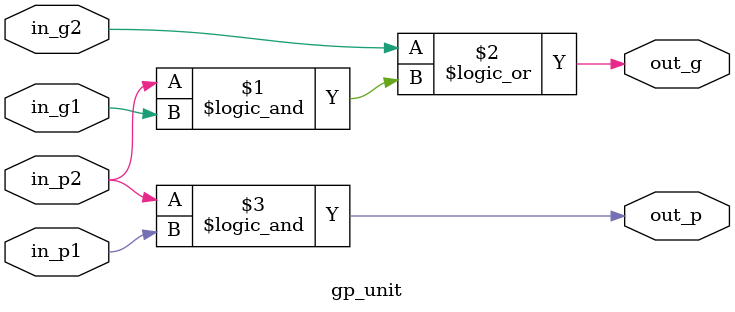
<source format=sv>

module gp_unit (
  input  logic in_g1, in_g2,
  input  logic in_p1, in_p2,
  output logic out_g,
  output logic out_p
);

  assign out_g = in_g2 || (in_p2 && in_g1);
  assign out_p = in_p2 && in_p1;

endmodule
</source>
